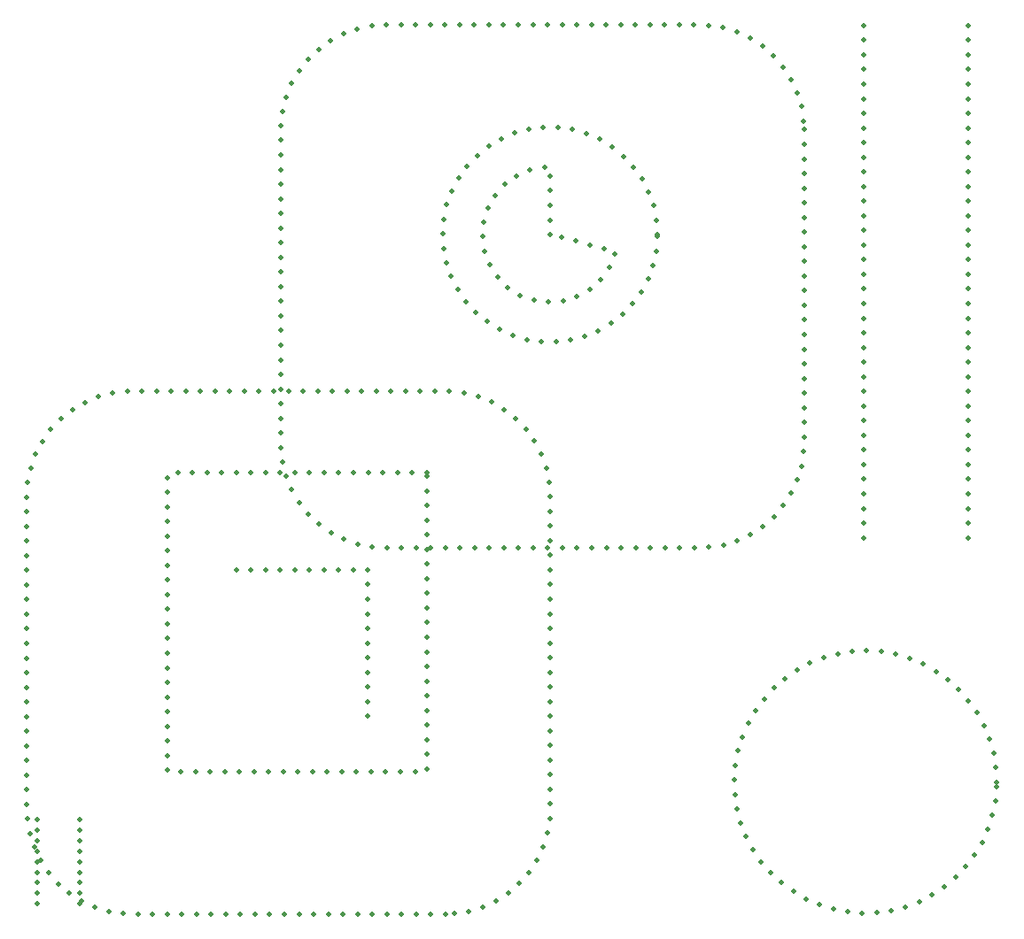
<source format=gtl>
From e3c59e39cf9bc64ce9d76c324b82956a65515f16 Mon Sep 17 00:00:00 2001
From: opiopan <opiopan@gmail.com>
Date: Sun, 7 Apr 2019 22:22:33 +0900
Subject: expand test and fix many issues

---
 tests/expects/dxf_save_mousebites.gtl | 29 +++++++++++++++++++++++++++++
 1 file changed, 29 insertions(+)
 create mode 100644 tests/expects/dxf_save_mousebites.gtl

(limited to 'tests/expects/dxf_save_mousebites.gtl')

diff --git a/tests/expects/dxf_save_mousebites.gtl b/tests/expects/dxf_save_mousebites.gtl
new file mode 100644
index 0000000..b893454
--- /dev/null
+++ b/tests/expects/dxf_save_mousebites.gtl
@@ -0,0 +1,29 @@
+G75*
+%MOMM*%
+%OFA0B0*%
+%FSLAX34Y34*%
+%IPPOS*%
+%LPD*%
+%ADD10C,0.5*%
+D10*
+X10000Y90000D03*
+X10000Y80000D03*
+X10000Y70000D03*
+X10000Y60000D03*
+X10000Y50000D03*
+X10000Y40000D03*
+X10000Y30000D03*
+X10000Y20000D03*
+X10000Y10000D03*
+
+X50000Y90000D03*
+X50000Y80000D03*
+X50000Y70000D03*
+X50000Y60000D03*
+X50000Y50000D03*
+X50000Y40000D03*
+X50000Y30000D03*
+X50000Y20000D03*
+X50000Y10000D03*
+
+M02*
-- 
cgit 


From 2b1c751ff76ebd6901633235ee694cc93dabce81 Mon Sep 17 00:00:00 2001
From: Hiroshi Murayama <opiopan@gmail.com>
Date: Mon, 9 Sep 2019 09:07:38 +0900
Subject: improve compatibility with RS-274x specification: - can merge
 multiple files having different file scope modifier, such as AS, MI, OF, SF,
 and IR - support modal coordinate notation

---
 tests/expects/dxf_save_mousebites.gtl | 5 ++---
 1 file changed, 2 insertions(+), 3 deletions(-)

(limited to 'tests/expects/dxf_save_mousebites.gtl')

diff --git a/tests/expects/dxf_save_mousebites.gtl b/tests/expects/dxf_save_mousebites.gtl
index b893454..282234d 100644
--- a/tests/expects/dxf_save_mousebites.gtl
+++ b/tests/expects/dxf_save_mousebites.gtl
@@ -1,10 +1,9 @@
-G75*
 %MOMM*%
-%OFA0B0*%
 %FSLAX34Y34*%
 %IPPOS*%
-%LPD*%
 %ADD10C,0.5*%
+G75*
+%LPD*%
 D10*
 X10000Y90000D03*
 X10000Y80000D03*
-- 
cgit 


From 244fcaa5346f4fad819cc2b72857cfb2c472944a Mon Sep 17 00:00:00 2001
From: Hiroshi Murayama <opiopan@gmail.com>
Date: Sat, 28 Dec 2019 23:45:33 +0900
Subject: add a function that generate filled gerberdata with representing
 internal shape by fliping polarity

---
 tests/expects/dxf_save_mousebites.gtl | 592 ++++++++++++++++++++++++++++++++--
 1 file changed, 573 insertions(+), 19 deletions(-)

(limited to 'tests/expects/dxf_save_mousebites.gtl')

diff --git a/tests/expects/dxf_save_mousebites.gtl b/tests/expects/dxf_save_mousebites.gtl
index 282234d..64cc6d8 100644
--- a/tests/expects/dxf_save_mousebites.gtl
+++ b/tests/expects/dxf_save_mousebites.gtl
@@ -5,24 +5,578 @@
 G75*
 %LPD*%
 D10*
-X10000Y90000D03*
-X10000Y80000D03*
-X10000Y70000D03*
-X10000Y60000D03*
-X10000Y50000D03*
-X10000Y40000D03*
-X10000Y30000D03*
-X10000Y20000D03*
-X10000Y10000D03*
-
-X50000Y90000D03*
-X50000Y80000D03*
-X50000Y70000D03*
-X50000Y60000D03*
-X50000Y50000D03*
-X50000Y40000D03*
-X50000Y30000D03*
-X50000Y20000D03*
-X50000Y10000D03*
+X800000Y850000D03*
+X800000Y836000D03*
+X800000Y822000D03*
+X800000Y808000D03*
+X800000Y794000D03*
+X800000Y780000D03*
+X800000Y766000D03*
+X800000Y752000D03*
+X800000Y738000D03*
+X800000Y724000D03*
+X800000Y710000D03*
+X800000Y696000D03*
+X800000Y682000D03*
+X800000Y668000D03*
+X800000Y654000D03*
+X800000Y640000D03*
+X800000Y626000D03*
+X800000Y612000D03*
+X800000Y598000D03*
+X800000Y584000D03*
+X800000Y570000D03*
+X800000Y556000D03*
+X800000Y542000D03*
+X800000Y528000D03*
+X800000Y514000D03*
+X800000Y500000D03*
+X800000Y486000D03*
+X800000Y472000D03*
+X800000Y458000D03*
+X800000Y444000D03*
+X800000Y430000D03*
+X800000Y416000D03*
+X800000Y402000D03*
+X800000Y388000D03*
+X800000Y374000D03*
+X800000Y360000D03*
+
+X900000Y850000D03*
+X900000Y836000D03*
+X900000Y822000D03*
+X900000Y808000D03*
+X900000Y794000D03*
+X900000Y780000D03*
+X900000Y766000D03*
+X900000Y752000D03*
+X900000Y738000D03*
+X900000Y724000D03*
+X900000Y710000D03*
+X900000Y696000D03*
+X900000Y682000D03*
+X900000Y668000D03*
+X900000Y654000D03*
+X900000Y640000D03*
+X900000Y626000D03*
+X900000Y612000D03*
+X900000Y598000D03*
+X900000Y584000D03*
+X900000Y570000D03*
+X900000Y556000D03*
+X900000Y542000D03*
+X900000Y528000D03*
+X900000Y514000D03*
+X900000Y500000D03*
+X900000Y486000D03*
+X900000Y472000D03*
+X900000Y458000D03*
+X900000Y444000D03*
+X900000Y430000D03*
+X900000Y416000D03*
+X900000Y402000D03*
+X900000Y388000D03*
+X900000Y374000D03*
+X900000Y360000D03*
+
+X200000Y329390D03*
+X214000Y329390D03*
+X228000Y329390D03*
+X242000Y329390D03*
+X256000Y329390D03*
+X270000Y329390D03*
+X284000Y329390D03*
+X298000Y329390D03*
+X312000Y329390D03*
+X325827Y329217D03*
+X325827Y315217D03*
+X325827Y301217D03*
+X325827Y287217D03*
+X325827Y273217D03*
+X325827Y259217D03*
+X325827Y245217D03*
+X325827Y231217D03*
+X325827Y217217D03*
+X325827Y203217D03*
+X325827Y189217D03*
+
+X400000Y0D03*
+X386000Y0D03*
+X372000Y0D03*
+X358000Y0D03*
+X344000Y0D03*
+X330000Y0D03*
+X316000Y0D03*
+X302000Y0D03*
+X288000Y0D03*
+X274000Y0D03*
+X260000Y0D03*
+X246000Y0D03*
+X232000Y0D03*
+X218000Y0D03*
+X204000Y0D03*
+X190000Y0D03*
+X176000Y0D03*
+X162000Y0D03*
+X148000Y0D03*
+X134000Y0D03*
+X120000Y0D03*
+X106000Y0D03*
+X92009Y320D03*
+X78177Y2410D03*
+X64773Y6410D03*
+X52057Y12242D03*
+X40280Y19790D03*
+X29672Y28909D03*
+X20440Y39418D03*
+X12764Y51113D03*
+X6796Y63764D03*
+X2652Y77125D03*
+X412Y90933D03*
+X0Y104920D03*
+X0Y118920D03*
+X0Y132920D03*
+X0Y146920D03*
+X0Y160920D03*
+X0Y174920D03*
+X0Y188920D03*
+X0Y202920D03*
+X0Y216920D03*
+X0Y230920D03*
+X0Y244920D03*
+X0Y258920D03*
+X0Y272920D03*
+X0Y286920D03*
+X0Y300920D03*
+X0Y314920D03*
+X0Y328920D03*
+X0Y342920D03*
+X0Y356920D03*
+X0Y370920D03*
+X0Y384920D03*
+X0Y398920D03*
+X834Y412884D03*
+X3602Y426596D03*
+X8256Y439788D03*
+X14706Y452201D03*
+X22825Y463592D03*
+X32454Y473739D03*
+X43404Y482444D03*
+X55463Y489534D03*
+X68392Y494873D03*
+X81940Y498356D03*
+X95842Y499914D03*
+X109841Y500000D03*
+X123841Y500000D03*
+X137841Y500000D03*
+X151841Y500000D03*
+X165841Y500000D03*
+X179841Y500000D03*
+X193841Y500000D03*
+X207841Y500000D03*
+X221841Y500000D03*
+X235841Y500000D03*
+X249841Y500000D03*
+X263841Y500000D03*
+X277841Y500000D03*
+X291841Y500000D03*
+X305841Y500000D03*
+X319841Y500000D03*
+X333841Y500000D03*
+X347841Y500000D03*
+X361841Y500000D03*
+X375841Y500000D03*
+X389841Y500000D03*
+X403840Y499926D03*
+X417746Y498413D03*
+X431305Y494974D03*
+X444252Y489676D03*
+X456333Y482623D03*
+X467311Y473954D03*
+X476972Y463838D03*
+X485127Y452472D03*
+X491617Y440080D03*
+X496313Y426903D03*
+X499125Y413200D03*
+X500000Y399239D03*
+X500000Y385239D03*
+X500000Y371239D03*
+X500000Y357239D03*
+X500000Y343239D03*
+X500000Y329239D03*
+X500000Y315239D03*
+X500000Y301239D03*
+X500000Y287239D03*
+X500000Y273239D03*
+X500000Y259239D03*
+X500000Y245239D03*
+X500000Y231239D03*
+X500000Y217239D03*
+X500000Y203239D03*
+X500000Y189239D03*
+X500000Y175239D03*
+X500000Y161239D03*
+X500000Y147239D03*
+X500000Y133239D03*
+X500000Y119239D03*
+X500000Y105239D03*
+X499616Y91250D03*
+X497421Y77435D03*
+X493319Y64061D03*
+X487391Y51391D03*
+X479753Y39672D03*
+X470554Y29133D03*
+X459975Y19981D03*
+X448222Y12395D03*
+X435525Y6523D03*
+X422134Y2480D03*
+X408309Y346D03*
+
+X742704Y750394D03*
+X742704Y736394D03*
+X742704Y722394D03*
+X742704Y708394D03*
+X742704Y694394D03*
+X742704Y680394D03*
+X742704Y666394D03*
+X742704Y652394D03*
+X742704Y638394D03*
+X742704Y624394D03*
+X742704Y610394D03*
+X742704Y596394D03*
+X742704Y582394D03*
+X742704Y568394D03*
+X742704Y554394D03*
+X742704Y540394D03*
+X742704Y526394D03*
+X742704Y512394D03*
+X742704Y498394D03*
+X742704Y484394D03*
+X742704Y470394D03*
+X742704Y456394D03*
+X742384Y442402D03*
+X740294Y428571D03*
+X736294Y415167D03*
+X730462Y402451D03*
+X722914Y390674D03*
+X713795Y380066D03*
+X703286Y370834D03*
+X691591Y363158D03*
+X678940Y357190D03*
+X665579Y353045D03*
+X651771Y350806D03*
+X637784Y350394D03*
+X623784Y350394D03*
+X609784Y350394D03*
+X595784Y350394D03*
+X581784Y350394D03*
+X567784Y350394D03*
+X553784Y350394D03*
+X539784Y350394D03*
+X525784Y350394D03*
+X511784Y350394D03*
+X497784Y350394D03*
+X483784Y350394D03*
+X469784Y350394D03*
+X455784Y350394D03*
+X441784Y350394D03*
+X427784Y350394D03*
+X413784Y350394D03*
+X399784Y350394D03*
+X385784Y350394D03*
+X371784Y350394D03*
+X357784Y350394D03*
+X343784Y350394D03*
+X329820Y351227D03*
+X316108Y353996D03*
+X302916Y358650D03*
+X290503Y365100D03*
+X279112Y373219D03*
+X268965Y382848D03*
+X260261Y393798D03*
+X253170Y405856D03*
+X247831Y418786D03*
+X244348Y432334D03*
+X242791Y446236D03*
+X242704Y460235D03*
+X242704Y474235D03*
+X242704Y488235D03*
+X242704Y502235D03*
+X242704Y516235D03*
+X242704Y530235D03*
+X242704Y544235D03*
+X242704Y558235D03*
+X242704Y572235D03*
+X242704Y586235D03*
+X242704Y600235D03*
+X242704Y614235D03*
+X242704Y628235D03*
+X242704Y642235D03*
+X242704Y656235D03*
+X242704Y670235D03*
+X242704Y684235D03*
+X242704Y698235D03*
+X242704Y712235D03*
+X242704Y726235D03*
+X242704Y740235D03*
+X242778Y754234D03*
+X244291Y768140D03*
+X247731Y781699D03*
+X253028Y794646D03*
+X260081Y806727D03*
+X268750Y817705D03*
+X278866Y827366D03*
+X290232Y835521D03*
+X302624Y842011D03*
+X315801Y846707D03*
+X329504Y849519D03*
+X343465Y850394D03*
+X357465Y850394D03*
+X371465Y850394D03*
+X385465Y850394D03*
+X399465Y850394D03*
+X413465Y850394D03*
+X427465Y850394D03*
+X441465Y850394D03*
+X455465Y850394D03*
+X469465Y850394D03*
+X483465Y850394D03*
+X497465Y850394D03*
+X511465Y850394D03*
+X525465Y850394D03*
+X539465Y850394D03*
+X553465Y850394D03*
+X567465Y850394D03*
+X581465Y850394D03*
+X595465Y850394D03*
+X609465Y850394D03*
+X623465Y850394D03*
+X637465Y850394D03*
+X651454Y850010D03*
+X665269Y847815D03*
+X678643Y843713D03*
+X691313Y837785D03*
+X703032Y830147D03*
+X713571Y820948D03*
+X722723Y810369D03*
+X730309Y798616D03*
+X736181Y785919D03*
+X740224Y772528D03*
+X742358Y758703D03*
+
+X382038Y422062D03*
+X368038Y422062D03*
+X354038Y422062D03*
+X340038Y422062D03*
+X326038Y422062D03*
+X312038Y422062D03*
+X298038Y422062D03*
+X284038Y422062D03*
+X270038Y422062D03*
+X256038Y422062D03*
+X242038Y422062D03*
+X228038Y422062D03*
+X214038Y422062D03*
+X200038Y422062D03*
+X186038Y422062D03*
+X172038Y422062D03*
+X158038Y422062D03*
+X144038Y422062D03*
+X134512Y417588D03*
+X134512Y403588D03*
+X134512Y389588D03*
+X134512Y375588D03*
+X134512Y361588D03*
+X134512Y347588D03*
+X134512Y333588D03*
+X134512Y319588D03*
+X134512Y305588D03*
+X134512Y291588D03*
+X134512Y277588D03*
+X134512Y263588D03*
+X134512Y249588D03*
+X134512Y235588D03*
+X134512Y221588D03*
+X134512Y207588D03*
+X134512Y193588D03*
+X134512Y179588D03*
+X134512Y165588D03*
+X134512Y151588D03*
+X134512Y137588D03*
+X146884Y135960D03*
+X160884Y135960D03*
+X174884Y135960D03*
+X188884Y135960D03*
+X202884Y135960D03*
+X216884Y135960D03*
+X230884Y135960D03*
+X244884Y135960D03*
+X258884Y135960D03*
+X272884Y135960D03*
+X286884Y135960D03*
+X300884Y135960D03*
+X314884Y135960D03*
+X328884Y135960D03*
+X342884Y135960D03*
+X356884Y135960D03*
+X370884Y135960D03*
+X382038Y138807D03*
+X382038Y152807D03*
+X382038Y166807D03*
+X382038Y180807D03*
+X382038Y194807D03*
+X382038Y208807D03*
+X382038Y222807D03*
+X382038Y236807D03*
+X382038Y250807D03*
+X382038Y264807D03*
+X382038Y278807D03*
+X382038Y292807D03*
+X382038Y306807D03*
+X382038Y320807D03*
+X382038Y334807D03*
+X382038Y348807D03*
+X382038Y362807D03*
+X382038Y376807D03*
+X382038Y390807D03*
+X382038Y404807D03*
+X382038Y418807D03*
+
+X927009Y126316D03*
+X926228Y140287D03*
+X923897Y154085D03*
+X920044Y167536D03*
+X914717Y180475D03*
+X907982Y192741D03*
+X899924Y204180D03*
+X890641Y214651D03*
+X880251Y224022D03*
+X868881Y232179D03*
+X856674Y239019D03*
+X843781Y244457D03*
+X830363Y248425D03*
+X816586Y250874D03*
+X802622Y251774D03*
+X788645Y251114D03*
+X774828Y248901D03*
+X761344Y245164D03*
+X748360Y239948D03*
+X736037Y233319D03*
+X724529Y225358D03*
+X713979Y216166D03*
+X704519Y205856D03*
+X696265Y194557D03*
+X689321Y182409D03*
+X683773Y169563D03*
+X679689Y156179D03*
+X677122Y142424D03*
+X676102Y128469D03*
+X676642Y114486D03*
+X678737Y100651D03*
+X682358Y87135D03*
+X687463Y74107D03*
+X693986Y61728D03*
+X701847Y50152D03*
+X710949Y39524D03*
+X721177Y29975D03*
+X732405Y21625D03*
+X744493Y14576D03*
+X757291Y8918D03*
+X770639Y4720D03*
+X784372Y2035D03*
+X798318Y895D03*
+X812304Y1316D03*
+X826157Y3291D03*
+X839703Y6797D03*
+X852775Y11789D03*
+X865210Y18206D03*
+X876852Y25968D03*
+X887558Y34978D03*
+X897195Y45124D03*
+X905641Y56280D03*
+X912793Y68307D03*
+X918560Y81056D03*
+X922873Y94367D03*
+X925676Y108077D03*
+X926935Y122013D03*
+
+X602773Y650000D03*
+X601821Y663957D03*
+X598982Y677655D03*
+X594309Y690841D03*
+X587889Y703270D03*
+X579841Y714712D03*
+X570313Y724955D03*
+X559483Y733809D03*
+X547550Y741111D03*
+X534737Y746724D03*
+X521280Y750545D03*
+X507428Y752504D03*
+X493439Y752563D03*
+X479572Y750722D03*
+X466083Y747015D03*
+X453222Y741510D03*
+X441228Y734310D03*
+X430323Y725547D03*
+X420709Y715385D03*
+X412565Y704012D03*
+X406040Y691637D03*
+X401256Y678491D03*
+X398301Y664818D03*
+X397231Y650870D03*
+X398065Y636905D03*
+X400788Y623184D03*
+X405348Y609959D03*
+X411663Y597476D03*
+X419614Y585966D03*
+X429055Y575643D03*
+X439810Y566697D03*
+X451680Y559295D03*
+X464446Y553573D03*
+X477870Y549638D03*
+X491705Y547563D03*
+X505693Y547385D03*
+X519575Y549109D03*
+X533095Y552702D03*
+X546002Y558098D03*
+X558056Y565196D03*
+X569035Y573866D03*
+X578734Y583946D03*
+X586975Y595251D03*
+X593605Y607569D03*
+X598500Y620674D03*
+X601570Y634322D03*
+X602758Y648261D03*
+
+X500000Y650000D03*
+X500000Y664000D03*
+X500000Y678000D03*
+X500000Y692000D03*
+X500000Y706000D03*
+X494599Y714366D03*
+X480883Y711699D03*
+X468062Y706144D03*
+X456736Y697962D03*
+X447434Y687536D03*
+X440591Y675353D03*
+X436529Y661984D03*
+X435437Y648054D03*
+X437366Y634216D03*
+X442226Y621115D03*
+X449789Y609367D03*
+X459702Y599520D03*
+X471501Y592035D03*
+X484633Y587262D03*
+X498484Y585425D03*
+X512407Y586610D03*
+X525748Y590761D03*
+X537885Y597685D03*
+X548249Y607056D03*
+X556356Y618437D03*
+X561825Y631294D03*
+X551844Y636823D03*
+X538276Y640271D03*
+X524707Y643720D03*
+X511139Y647169D03*
 
 M02*
-- 
cgit 


</source>
